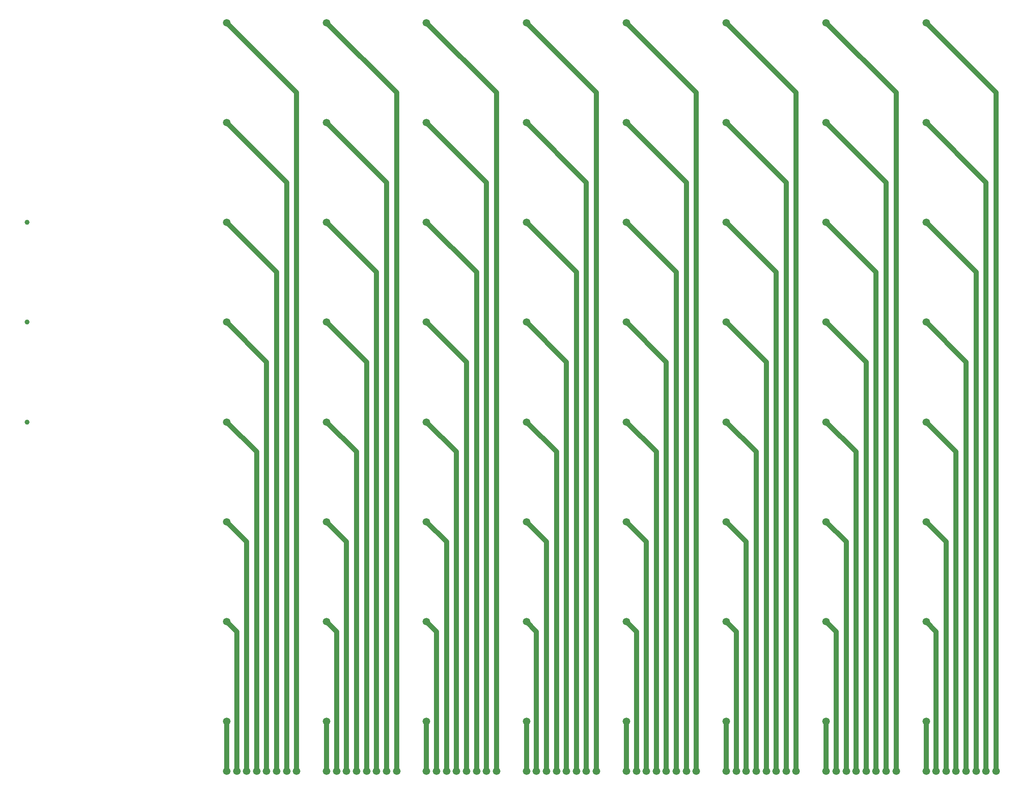
<source format=gbr>
%TF.GenerationSoftware,KiCad,Pcbnew,7.0.9*%
%TF.CreationDate,2023-12-25T19:05:14+05:30*%
%TF.ProjectId,Led_8x8Tower_Base,4c65645f-3878-4385-946f-7765725f4261,rev?*%
%TF.SameCoordinates,Original*%
%TF.FileFunction,Copper,L1,Top*%
%TF.FilePolarity,Positive*%
%FSLAX46Y46*%
G04 Gerber Fmt 4.6, Leading zero omitted, Abs format (unit mm)*
G04 Created by KiCad (PCBNEW 7.0.9) date 2023-12-25 19:05:14*
%MOMM*%
%LPD*%
G01*
G04 APERTURE LIST*
%TA.AperFunction,ViaPad*%
%ADD10C,1.500000*%
%TD*%
%TA.AperFunction,ViaPad*%
%ADD11C,1.000000*%
%TD*%
%TA.AperFunction,Conductor*%
%ADD12C,1.000000*%
%TD*%
G04 APERTURE END LIST*
D10*
%TO.N,*%
X154000000Y-170000000D03*
X150000000Y-160000000D03*
X150000000Y-140000000D03*
X150000000Y-20000000D03*
X156000000Y-170000000D03*
X158000000Y-170000000D03*
X150000000Y-120000000D03*
X164000000Y-170000000D03*
X150000000Y-100000000D03*
X150000000Y-40000000D03*
X152000000Y-170000000D03*
X160000000Y-170000000D03*
X150000000Y-170000000D03*
X162000000Y-170000000D03*
X150000000Y-60000000D03*
X150000000Y-80000000D03*
X130000000Y-160000000D03*
X130000000Y-20000000D03*
X190000000Y-40000000D03*
X178000000Y-170000000D03*
X170000000Y-40000000D03*
X202000000Y-170000000D03*
X190000000Y-80000000D03*
X170000000Y-20000000D03*
X172000000Y-170000000D03*
X176000000Y-170000000D03*
X170000000Y-100000000D03*
X190000000Y-170000000D03*
X198000000Y-170000000D03*
X170000000Y-170000000D03*
X170000000Y-60000000D03*
X194000000Y-170000000D03*
X190000000Y-120000000D03*
X170000000Y-140000000D03*
X204000000Y-170000000D03*
X190000000Y-140000000D03*
X190000000Y-60000000D03*
X170000000Y-160000000D03*
X180000000Y-170000000D03*
X184000000Y-170000000D03*
X174000000Y-170000000D03*
X170000000Y-120000000D03*
X170000000Y-80000000D03*
X190000000Y-160000000D03*
X190000000Y-20000000D03*
X192000000Y-170000000D03*
X196000000Y-170000000D03*
X190000000Y-100000000D03*
X200000000Y-170000000D03*
X182000000Y-170000000D03*
X132000000Y-170000000D03*
X136000000Y-170000000D03*
X130000000Y-170000000D03*
X134000000Y-170000000D03*
X138000000Y-170000000D03*
X130000000Y-120000000D03*
X140000000Y-170000000D03*
X144000000Y-170000000D03*
X130000000Y-140000000D03*
X142000000Y-170000000D03*
X130000000Y-40000000D03*
X130000000Y-100000000D03*
X130000000Y-80000000D03*
X130000000Y-60000000D03*
X110000000Y-160000000D03*
X110000000Y-20000000D03*
X112000000Y-170000000D03*
X116000000Y-170000000D03*
X110000000Y-170000000D03*
X114000000Y-170000000D03*
X118000000Y-170000000D03*
X110000000Y-120000000D03*
X120000000Y-170000000D03*
X124000000Y-170000000D03*
X110000000Y-140000000D03*
X122000000Y-170000000D03*
X110000000Y-40000000D03*
X110000000Y-100000000D03*
X110000000Y-80000000D03*
X110000000Y-60000000D03*
X90000000Y-160000000D03*
X90000000Y-20000000D03*
X92000000Y-170000000D03*
X96000000Y-170000000D03*
X90000000Y-170000000D03*
X94000000Y-170000000D03*
X98000000Y-170000000D03*
X90000000Y-120000000D03*
X100000000Y-170000000D03*
X104000000Y-170000000D03*
X90000000Y-140000000D03*
X102000000Y-170000000D03*
X90000000Y-40000000D03*
X90000000Y-100000000D03*
X90000000Y-80000000D03*
X90000000Y-60000000D03*
X70000000Y-160000000D03*
X70000000Y-20000000D03*
X72000000Y-170000000D03*
X76000000Y-170000000D03*
X70000000Y-170000000D03*
X74000000Y-170000000D03*
X78000000Y-170000000D03*
X70000000Y-120000000D03*
X80000000Y-170000000D03*
X84000000Y-170000000D03*
X70000000Y-140000000D03*
X82000000Y-170000000D03*
X70000000Y-40000000D03*
X70000000Y-100000000D03*
X70000000Y-80000000D03*
X70000000Y-60000000D03*
X60000000Y-170000000D03*
X64000000Y-170000000D03*
X62000000Y-170000000D03*
X58000000Y-170000000D03*
X50000000Y-140000000D03*
X50000000Y-120000000D03*
X50000000Y-100000000D03*
X50000000Y-80000000D03*
X50000000Y-60000000D03*
X50000000Y-40000000D03*
X56000000Y-170000000D03*
X54000000Y-170000000D03*
X52000000Y-170000000D03*
X50000000Y-170000000D03*
X50000000Y-160000000D03*
D11*
X10000000Y-100000000D03*
X10000000Y-80000000D03*
X10000000Y-60000000D03*
D10*
X50000000Y-20000000D03*
%TD*%
D12*
%TO.N,*%
X184000000Y-34000000D02*
X184000000Y-170000000D01*
X170000000Y-20000000D02*
X184000000Y-34000000D01*
X130000000Y-140000000D02*
X132000000Y-142000000D01*
X132000000Y-142000000D02*
X132000000Y-170000000D01*
X130000000Y-160000000D02*
X130000000Y-170000000D01*
X142000000Y-52000000D02*
X130000000Y-40000000D01*
X142000000Y-170000000D02*
X142000000Y-52000000D01*
X140000000Y-170000000D02*
X140000000Y-70000000D01*
X140000000Y-70000000D02*
X130000000Y-60000000D01*
X138000000Y-88000000D02*
X130000000Y-80000000D01*
X138000000Y-170000000D02*
X138000000Y-88000000D01*
X136000000Y-106000000D02*
X130000000Y-100000000D01*
X136000000Y-170000000D02*
X136000000Y-106000000D01*
X150000000Y-140000000D02*
X152000000Y-142000000D01*
X152000000Y-142000000D02*
X152000000Y-170000000D01*
X158000000Y-170000000D02*
X158000000Y-88000000D01*
X156000000Y-106000000D02*
X150000000Y-100000000D01*
X150000000Y-160000000D02*
X150000000Y-170000000D01*
X156000000Y-170000000D02*
X156000000Y-106000000D01*
X162000000Y-52000000D02*
X150000000Y-40000000D01*
X162000000Y-170000000D02*
X162000000Y-52000000D01*
X160000000Y-170000000D02*
X160000000Y-70000000D01*
X160000000Y-70000000D02*
X150000000Y-60000000D01*
X154000000Y-170000000D02*
X154000000Y-124000000D01*
X158000000Y-88000000D02*
X150000000Y-80000000D01*
X154000000Y-124000000D02*
X150000000Y-120000000D01*
X178000000Y-170000000D02*
X178000000Y-88000000D01*
X174000000Y-124000000D02*
X170000000Y-120000000D01*
X174000000Y-170000000D02*
X174000000Y-124000000D01*
X176000000Y-170000000D02*
X176000000Y-106000000D01*
X182000000Y-52000000D02*
X170000000Y-40000000D01*
X176000000Y-106000000D02*
X170000000Y-100000000D01*
X172000000Y-142000000D02*
X172000000Y-170000000D01*
X180000000Y-170000000D02*
X180000000Y-70000000D01*
X170000000Y-140000000D02*
X172000000Y-142000000D01*
X170000000Y-160000000D02*
X170000000Y-170000000D01*
X178000000Y-88000000D02*
X170000000Y-80000000D01*
X182000000Y-170000000D02*
X182000000Y-52000000D01*
X180000000Y-70000000D02*
X170000000Y-60000000D01*
X134000000Y-124000000D02*
X130000000Y-120000000D01*
X134000000Y-170000000D02*
X134000000Y-124000000D01*
X196000000Y-106000000D02*
X190000000Y-100000000D01*
X190000000Y-140000000D02*
X192000000Y-142000000D01*
X190000000Y-160000000D02*
X190000000Y-170000000D01*
X200000000Y-70000000D02*
X190000000Y-60000000D01*
X196000000Y-170000000D02*
X196000000Y-106000000D01*
X200000000Y-170000000D02*
X200000000Y-70000000D01*
X198000000Y-88000000D02*
X190000000Y-80000000D01*
X202000000Y-170000000D02*
X202000000Y-52000000D01*
X194000000Y-124000000D02*
X190000000Y-120000000D01*
X194000000Y-170000000D02*
X194000000Y-124000000D01*
X192000000Y-142000000D02*
X192000000Y-170000000D01*
X198000000Y-170000000D02*
X198000000Y-88000000D01*
X202000000Y-52000000D02*
X190000000Y-40000000D01*
X150000000Y-20000000D02*
X164000000Y-34000000D01*
X164000000Y-34000000D02*
X164000000Y-170000000D01*
X144000000Y-34000000D02*
X144000000Y-170000000D01*
X130000000Y-20000000D02*
X144000000Y-34000000D01*
X204000000Y-34000000D02*
X204000000Y-170000000D01*
X190000000Y-20000000D02*
X204000000Y-34000000D01*
X124000000Y-34000000D02*
X124000000Y-170000000D01*
X110000000Y-20000000D02*
X124000000Y-34000000D01*
X104000000Y-34000000D02*
X104000000Y-170000000D01*
X90000000Y-20000000D02*
X104000000Y-34000000D01*
X110000000Y-140000000D02*
X112000000Y-142000000D01*
X112000000Y-142000000D02*
X112000000Y-170000000D01*
X110000000Y-160000000D02*
X110000000Y-170000000D01*
X122000000Y-52000000D02*
X110000000Y-40000000D01*
X122000000Y-170000000D02*
X122000000Y-52000000D01*
X120000000Y-170000000D02*
X120000000Y-70000000D01*
X120000000Y-70000000D02*
X110000000Y-60000000D01*
X118000000Y-88000000D02*
X110000000Y-80000000D01*
X118000000Y-170000000D02*
X118000000Y-88000000D01*
X116000000Y-106000000D02*
X110000000Y-100000000D01*
X116000000Y-170000000D02*
X116000000Y-106000000D01*
X114000000Y-124000000D02*
X110000000Y-120000000D01*
X114000000Y-170000000D02*
X114000000Y-124000000D01*
X90000000Y-140000000D02*
X92000000Y-142000000D01*
X92000000Y-142000000D02*
X92000000Y-170000000D01*
X90000000Y-160000000D02*
X90000000Y-170000000D01*
X102000000Y-52000000D02*
X90000000Y-40000000D01*
X102000000Y-170000000D02*
X102000000Y-52000000D01*
X100000000Y-170000000D02*
X100000000Y-70000000D01*
X100000000Y-70000000D02*
X90000000Y-60000000D01*
X98000000Y-88000000D02*
X90000000Y-80000000D01*
X98000000Y-170000000D02*
X98000000Y-88000000D01*
X96000000Y-106000000D02*
X90000000Y-100000000D01*
X96000000Y-170000000D02*
X96000000Y-106000000D01*
X94000000Y-124000000D02*
X90000000Y-120000000D01*
X94000000Y-170000000D02*
X94000000Y-124000000D01*
X64000000Y-34000000D02*
X64000000Y-170000000D01*
X50000000Y-20000000D02*
X64000000Y-34000000D01*
X84000000Y-34000000D02*
X84000000Y-170000000D01*
X70000000Y-20000000D02*
X84000000Y-34000000D01*
X70000000Y-140000000D02*
X72000000Y-142000000D01*
X72000000Y-142000000D02*
X72000000Y-170000000D01*
X70000000Y-160000000D02*
X70000000Y-170000000D01*
X82000000Y-52000000D02*
X70000000Y-40000000D01*
X82000000Y-170000000D02*
X82000000Y-52000000D01*
X80000000Y-170000000D02*
X80000000Y-70000000D01*
X80000000Y-70000000D02*
X70000000Y-60000000D01*
X78000000Y-88000000D02*
X70000000Y-80000000D01*
X78000000Y-170000000D02*
X78000000Y-88000000D01*
X76000000Y-106000000D02*
X70000000Y-100000000D01*
X76000000Y-170000000D02*
X76000000Y-106000000D01*
X74000000Y-124000000D02*
X70000000Y-120000000D01*
X74000000Y-170000000D02*
X74000000Y-124000000D01*
X62000000Y-52000000D02*
X50000000Y-40000000D01*
X62000000Y-170000000D02*
X62000000Y-52000000D01*
X60000000Y-70000000D02*
X50000000Y-60000000D01*
X60000000Y-170000000D02*
X60000000Y-70000000D01*
X58000000Y-88000000D02*
X50000000Y-80000000D01*
X58000000Y-170000000D02*
X58000000Y-88000000D01*
X56000000Y-170000000D02*
X56000000Y-106000000D01*
X56000000Y-106000000D02*
X50000000Y-100000000D01*
X54000000Y-124000000D02*
X50000000Y-120000000D01*
X54000000Y-170000000D02*
X54000000Y-124000000D01*
X52000000Y-142000000D02*
X52000000Y-170000000D01*
X50000000Y-140000000D02*
X52000000Y-142000000D01*
X50000000Y-160000000D02*
X50000000Y-170000000D01*
%TD*%
M02*

</source>
